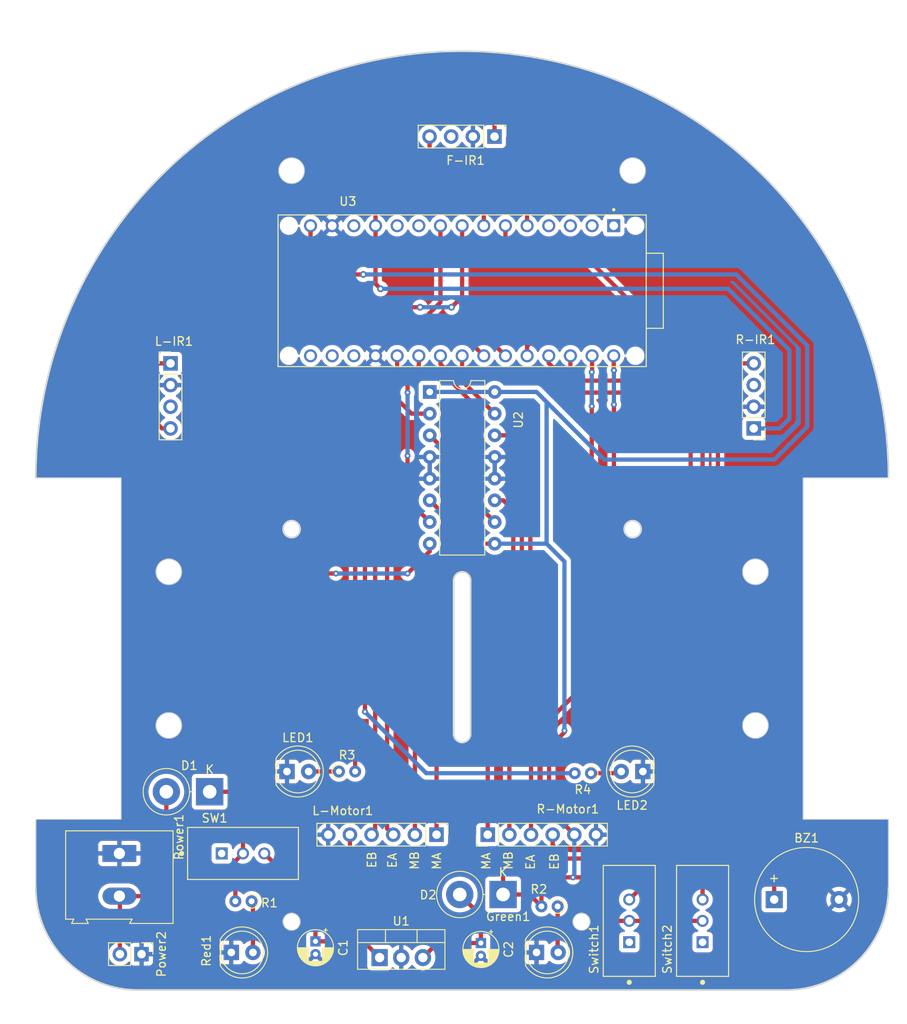
<source format=kicad_pcb>
(kicad_pcb (version 20221018) (generator pcbnew)
  (layers (0 "F.Cu" signal) (31 "B.Cu" power) (34 "B.Paste" user) (35 "F.Paste" user) (36 "B.SilkS" user "B.Silkscreen") (37 "F.SilkS" user "F.Silkscreen") (38 "B.Mask" user) (39 "F.Mask" user) (44 "Edge.Cuts" user))
  (net 0 "")
  (net 1 "Buzz")
  (net 2 "GND")
  (net 3 "Net-(SW1-C)")
  (net 4 "+5V")
  (net 6 "FIR")
  (net 7 "Net-(Green1-A)")
  (net 9 "LIR")
  (net 10 "LMotorA")
  (net 11 "LMotorB")
  (net 12 "LEncoderA")
  (net 13 "LEncoderB")
  (net 14 "Net-(LED1-A)")
  (net 15 "Net-(LED2-A)")
  (net 16 "+7.5V")
  (net 18 "RIR")
  (net 19 "RMotorA")
  (net 20 "RMotorB")
  (net 21 "REncoderA")
  (net 22 "REncoderB")
  (net 23 "Net-(Red1-A)")
  (net 24 "LED1")
  (net 25 "LED2")
  (net 28 "Switch1")
  (net 30 "Switch2")
  (net 31 "IN_LMotorA")
  (net 32 "IN_LMotorB")
  (net 33 "IN_RMotorA")
  (net 34 "IN_RMotorB")
  (net 39 "Net-(D2-A)")
  (net 40 "Net-(D1-A)")
  (net 41 "5V")
  (footprint "Connector_PinHeader_2.54mm:PinHeader_1x04_P2.54mm_Vertical" (layer "F.Cu") (at 154.2 74.2 180)
    (fp_text reference "R-IR1" (at -0.2 10.4) (layer "F.SilkS"))
    (fp_text value "Conn_01x04_Pin")
    (pad "1" thru_hole rect (at 0 0 180) (size 1.7 1.7) (drill 1) (layers "*.Cu" "*.Mask") (net 41 "5V"))
    (pad "2" thru_hole oval (at 0 2.54 180) (size 1.7 1.7) (drill 1) (layers "*.Cu" "*.Mask") (net 2 "GND"))
    (pad "3" thru_hole oval (at 0 5.08 180) (size 1.7 1.7) (drill 1) (layers "*.Cu" "*.Mask"))
    (pad "4" thru_hole oval (at 0 7.62 180) (size 1.7 1.7) (drill 1) (layers "*.Cu" "*.Mask") (net 18 "RIR"))
  )
  (footprint "Diode_THT:D_DO-201AD_P5.08mm_Vertical_KathodeUp" (layer "F.Cu") (at 90.39 116.77 180)
    (fp_text reference "D1" (at 2.39 3.06) (layer "F.SilkS"))
    (fp_text value "1N5400")
    (fp_text user "K" (at 0 2.6) (layer "F.SilkS"))
    (pad "1" thru_hole rect (at 0 0 180) (size 3.2 3.2) (drill 1.6) (layers "*.Cu" "*.Mask") (net 16 "+7.5V"))
    (pad "2" thru_hole oval (at 5.08 0 180) (size 3.2 3.2) (drill 1.6) (layers "*.Cu" "*.Mask") (net 40 "Net-(D1-A)"))
  )
  (footprint "Package_DIP:DIP-16_W7.62mm" (layer "F.Cu") (at 116.2 69.925)
    (fp_text reference "U2" (at 10.4 3.275 90) (layer "F.SilkS"))
    (fp_text value "L293D")
    (pad "1" thru_hole rect (at 0 0) (size 1.6 1.6) (drill 0.8) (layers "*.Cu" "*.Mask") (net 4 "+5V"))
    (pad "2" thru_hole oval (at 0 2.54) (size 1.6 1.6) (drill 0.8) (layers "*.Cu" "*.Mask") (net 31 "IN_LMotorA"))
    (pad "3" thru_hole oval (at 0 5.08) (size 1.6 1.6) (drill 0.8) (layers "*.Cu" "*.Mask") (net 10 "LMotorA"))
    (pad "4" thru_hole oval (at 0 7.62) (size 1.6 1.6) (drill 0.8) (layers "*.Cu" "*.Mask") (net 2 "GND"))
    (pad "5" thru_hole oval (at 0 10.16) (size 1.6 1.6) (drill 0.8) (layers "*.Cu" "*.Mask") (net 2 "GND"))
    (pad "6" thru_hole oval (at 0 12.7) (size 1.6 1.6) (drill 0.8) (layers "*.Cu" "*.Mask") (net 11 "LMotorB"))
    (pad "7" thru_hole oval (at 0 15.24) (size 1.6 1.6) (drill 0.8) (layers "*.Cu" "*.Mask") (net 32 "IN_LMotorB"))
    (pad "8" thru_hole oval (at 0 17.78) (size 1.6 1.6) (drill 0.8) (layers "*.Cu" "*.Mask") (net 16 "+7.5V"))
    (pad "9" thru_hole oval (at 7.62 17.78) (size 1.6 1.6) (drill 0.8) (layers "*.Cu" "*.Mask") (net 4 "+5V"))
    (pad "10" thru_hole oval (at 7.62 15.24) (size 1.6 1.6) (drill 0.8) (layers "*.Cu" "*.Mask") (net 33 "IN_RMotorA"))
    (pad "11" thru_hole oval (at 7.62 12.7) (size 1.6 1.6) (drill 0.8) (layers "*.Cu" "*.Mask") (net 19 "RMotorA"))
    (pad "12" thru_hole oval (at 7.62 10.16) (size 1.6 1.6) (drill 0.8) (layers "*.Cu" "*.Mask") (net 2 "GND"))
    (pad "13" thru_hole oval (at 7.62 7.62) (size 1.6 1.6) (drill 0.8) (layers "*.Cu" "*.Mask") (net 2 "GND"))
    (pad "14" thru_hole oval (at 7.62 5.08) (size 1.6 1.6) (drill 0.8) (layers "*.Cu" "*.Mask") (net 20 "RMotorB"))
    (pad "15" thru_hole oval (at 7.62 2.54) (size 1.6 1.6) (drill 0.8) (layers "*.Cu" "*.Mask") (net 34 "IN_RMotorB"))
    (pad "16" thru_hole oval (at 7.62 0) (size 1.6 1.6) (drill 0.8) (layers "*.Cu" "*.Mask") (net 4 "+5V"))
  )
  (footprint "Connector_PinHeader_2.54mm:PinHeader_1x04_P2.54mm_Vertical" (layer "F.Cu") (at 123.8 40 -90)
    (fp_text reference "F-IR1" (at 2.8 3.4 -180) (layer "F.SilkS"))
    (fp_text value "Conn_01x04_Pin")
    (pad "1" thru_hole rect (at 0 0 270) (size 1.7 1.7) (drill 1) (layers "*.Cu" "*.Mask") (net 41 "5V"))
    (pad "2" thru_hole oval (at 0 2.54 270) (size 1.7 1.7) (drill 1) (layers "*.Cu" "*.Mask") (net 2 "GND"))
    (pad "3" thru_hole oval (at 0 5.08 270) (size 1.7 1.7) (drill 1) (layers "*.Cu" "*.Mask"))
    (pad "4" thru_hole oval (at 0 7.62 270) (size 1.7 1.7) (drill 1) (layers "*.Cu" "*.Mask") (net 6 "FIR"))
  )
  (footprint "LED_THT:LED_D5.0mm" (layer "F.Cu") (at 92.925 135.6)
    (fp_text reference "Red1" (at -2.925 -0.2 90) (layer "F.SilkS"))
    (fp_text value "LED")
    (pad "1" thru_hole rect (at 0 0) (size 1.8 1.8) (drill 0.9) (layers "*.Cu" "*.Mask") (net 2 "GND"))
    (pad "2" thru_hole circle (at 2.54 0) (size 1.8 1.8) (drill 0.9) (layers "*.Cu" "*.Mask") (net 23 "Net-(Red1-A)"))
  )
  (footprint "TerminalBlock:TerminalBlock_Altech_AK300-2_P5.00mm" (layer "F.Cu") (at 79.8 124 -90)
    (fp_text reference "Power1" (at -1.92 -6.99 90) (layer "F.SilkS"))
    (fp_text value "Screw_Terminal_01x02")
    (pad "1" thru_hole rect (at 0 0 270) (size 1.98 3.96) (drill 1.32) (layers "*.Cu" "*.Mask") (net 2 "GND"))
    (pad "2" thru_hole oval (at 5 0 270) (size 1.98 3.96) (drill 1.32) (layers "*.Cu" "*.Mask") (net 40 "Net-(D1-A)"))
  )
  (footprint "Capacitor_THT:CP_Radial_D4.0mm_P1.50mm" (layer "F.Cu") (at 122.2 134.5 -90)
    (fp_text reference "C2" (at 0.75 -3.25 90) (layer "F.SilkS"))
    (fp_text value "0.1uF")
    (pad "1" thru_hole rect (at 0 0 270) (size 1.2 1.2) (drill 0.6) (layers "*.Cu" "*.Mask") (net 39 "Net-(D2-A)"))
    (pad "2" thru_hole circle (at 1.5 0 270) (size 1.2 1.2) (drill 0.6) (layers "*.Cu" "*.Mask") (net 2 "GND"))
  )
  (footprint "Buzzer_Beeper:Buzzer_12x9.5RM7.6" (layer "F.Cu") (at 156.6 129.4)
    (fp_text reference "BZ1" (at 3.8 -7.2) (layer "F.SilkS"))
    (fp_text value "Buzzer")
    (fp_text user "+" (at -0.01 -2.54) (layer "F.SilkS"))
    (pad "1" thru_hole rect (at 0 0) (size 2 2) (drill 1) (layers "*.Cu" "*.Mask") (net 1 "Buzz"))
    (pad "2" thru_hole circle (at 7.6 0) (size 2 2) (drill 1) (layers "*.Cu" "*.Mask") (net 2 "GND"))
  )
  (footprint "Connector_PinHeader_2.54mm:PinHeader_1x04_P2.54mm_Vertical" (layer "F.Cu") (at 85.8 66.58)
    (fp_text reference "L-IR1" (at 0.4 -2.58) (layer "F.SilkS"))
    (fp_text value "Conn_01x04_Pin")
    (pad "1" thru_hole rect (at 0 0) (size 1.7 1.7) (drill 1) (layers "*.Cu" "*.Mask") (net 41 "5V"))
    (pad "2" thru_hole oval (at 0 2.54) (size 1.7 1.7) (drill 1) (layers "*.Cu" "*.Mask") (net 2 "GND"))
    (pad "3" thru_hole oval (at 0 5.08) (size 1.7 1.7) (drill 1) (layers "*.Cu" "*.Mask"))
    (pad "4" thru_hole oval (at 0 7.62) (size 1.7 1.7) (drill 1) (layers "*.Cu" "*.Mask") (net 9 "LIR"))
  )
  (footprint "LED_THT:LED_D5.0mm" (layer "F.Cu") (at 141.2 114.4 180)
    (fp_text reference "LED2" (at 1.27 -3.96) (layer "F.SilkS"))
    (fp_text value "LED")
    (pad "1" thru_hole rect (at 0 0 180) (size 1.8 1.8) (drill 0.9) (layers "*.Cu" "*.Mask") (net 2 "GND"))
    (pad "2" thru_hole circle (at 2.54 0 180) (size 1.8 1.8) (drill 0.9) (layers "*.Cu" "*.Mask") (net 15 "Net-(LED2-A)"))
  )
  (footprint "Diode_THT:D_DO-201AD_P5.08mm_Vertical_KathodeUp" (layer "F.Cu") (at 124.8 128.81 180)
    (fp_text reference "D2" (at 8.79 -0.05 180) (layer "F.SilkS"))
    (fp_text value "1N5400")
    (fp_text user "K" (at 0 2.6 180) (layer "F.SilkS"))
    (pad "1" thru_hole rect (at 0 0 180) (size 3.2 3.2) (drill 1.6) (layers "*.Cu" "*.Mask") (net 4 "+5V"))
    (pad "2" thru_hole oval (at 5.08 0 180) (size 3.2 3.2) (drill 1.6) (layers "*.Cu" "*.Mask") (net 39 "Net-(D2-A)"))
  )
  (footprint "LED_THT:LED_D5.0mm" (layer "F.Cu") (at 128.725 135.6)
    (fp_text reference "Green1" (at -3.325 -4.2) (layer "F.SilkS"))
    (fp_text value "LED")
    (pad "1" thru_hole rect (at 0 0) (size 1.8 1.8) (drill 0.9) (layers "*.Cu" "*.Mask") (net 2 "GND"))
    (pad "2" thru_hole circle (at 2.54 0) (size 1.8 1.8) (drill 0.9) (layers "*.Cu" "*.Mask") (net 7 "Net-(Green1-A)"))
  )
  (footprint "Slide_Switch:SW_1825159-1" (layer "F.Cu") (at 94.3 124)
    (fp_text reference "SW1" (at -3.327295 -4.137845) (layer "F.SilkS") (effects (font (size 1.000685 1.000685))))
    (fp_text value "SW_SPDT")
    (pad "1" thru_hole rect (at -2.5 0) (size 1.408 1.408) (drill 0.9) (layers "*.Cu" "*.Mask"))
    (pad "2" thru_hole circle (at 0 0) (size 1.408 1.408) (drill 0.9) (layers "*.Cu" "*.Mask") (net 16 "+7.5V"))
    (pad "3" thru_hole circle (at 2.5 0) (size 1.408 1.408) (drill 0.9) (layers "*.Cu" "*.Mask") (net 3 "Net-(SW1-C)"))
  )
  (footprint "Resistor_THT:R_Axial_DIN0204_L3.6mm_D1.6mm_P1.90mm_Vertical" (layer "F.Cu") (at 131.2 130.2 180)
    (fp_text reference "R2" (at 2.2 2) (layer "F.SilkS"))
    (fp_text value "200R")
    (pad "1" thru_hole circle (at 0 0 180) (size 1.4 1.4) (drill 0.7) (layers "*.Cu" "*.Mask") (net 7 "Net-(Green1-A)"))
    (pad "2" thru_hole oval (at 1.9 0 180) (size 1.4 1.4) (drill 0.7) (layers "*.Cu" "*.Mask") (net 4 "+5V"))
  )
  (footprint "Resistor_THT:R_Axial_DIN0204_L3.6mm_D1.6mm_P1.90mm_Vertical" (layer "F.Cu") (at 135.105 114.6 180)
    (fp_text reference "R4" (at 0.95 -1.92) (layer "F.SilkS"))
    (fp_text value "150R")
    (pad "1" thru_hole circle (at 0 0 180) (size 1.4 1.4) (drill 0.7) (layers "*.Cu" "*.Mask") (net 15 "Net-(LED2-A)"))
    (pad "2" thru_hole oval (at 1.9 0 180) (size 1.4 1.4) (drill 0.7) (layers "*.Cu" "*.Mask") (net 25 "LED2"))
  )
  (footprint "Resistor_THT:R_Axial_DIN0204_L3.6mm_D1.6mm_P1.90mm_Vertical" (layer "F.Cu") (at 105.555 114.4)
    (fp_text reference "R3" (at 0.95 -1.92) (layer "F.SilkS"))
    (fp_text value "150R")
    (pad "1" thru_hole circle (at 0 0) (size 1.4 1.4) (drill 0.7) (layers "*.Cu" "*.Mask") (net 14 "Net-(LED1-A)"))
    (pad "2" thru_hole oval (at 1.9 0) (size 1.4 1.4) (drill 0.7) (layers "*.Cu" "*.Mask") (net 24 "LED1"))
  )
  (footprint "Slide_Switch:SW_1825159-1" (layer "F.Cu") (at 139.6 131.9 90)
    (fp_text reference "Switch1" (at -3.327295 -4.137845 90) (layer "F.SilkS") (effects (font (size 1.000685 1.000685))))
    (fp_text value "SW_SPDT")
    (pad "1" thru_hole rect (at -2.5 0 90) (size 1.408 1.408) (drill 0.9) (layers "*.Cu" "*.Mask"))
    (pad "2" thru_hole circle (at 0 0 90) (size 1.408 1.408) (drill 0.9) (layers "*.Cu" "*.Mask") (net 4 "+5V"))
    (pad "3" thru_hole circle (at 2.5 0 90) (size 1.408 1.408) (drill 0.9) (layers "*.Cu" "*.Mask") (net 28 "Switch1"))
  )
  (footprint "Resistor_THT:R_Axial_DIN0204_L3.6mm_D1.6mm_P1.90mm_Vertical" (layer "F.Cu") (at 95.305 129.6 180)
    (fp_text reference "R1" (at -2.095 -0.2) (layer "F.SilkS"))
    (fp_text value "300R")
    (pad "1" thru_hole circle (at 0 0 180) (size 1.4 1.4) (drill 0.7) (layers "*.Cu" "*.Mask") (net 23 "Net-(Red1-A)"))
    (pad "2" thru_hole oval (at 1.9 0 180) (size 1.4 1.4) (drill 0.7) (layers "*.Cu" "*.Mask") (net 16 "+7.5V"))
  )
  (footprint "Package_TO_SOT_THT:TO-220-3_Vertical" (layer "F.Cu") (at 110.32 136.2)
    (fp_text reference "U1" (at 2.54 -4.27) (layer "F.SilkS"))
    (fp_text value "LM7805_TO220")
    (pad "1" thru_hole rect (at 0 0) (size 1.905 2) (drill 1.1) (layers "*.Cu" "*.Mask") (net 3 "Net-(SW1-C)"))
    (pad "2" thru_hole oval (at 2.54 0) (size 1.905 2) (drill 1.1) (layers "*.Cu" "*.Mask") (net 2 "GND"))
    (pad "3" thru_hole oval (at 5.08 0) (size 1.905 2) (drill 1.1) (layers "*.Cu" "*.Mask") (net 39 "Net-(D2-A)"))
  )
  (footprint "Connector_PinHeader_2.54mm:PinHeader_1x06_P2.54mm_Vertical" (layer "F.Cu") (at 117 121.8 -90)
    (fp_text reference "L-Motor1" (at -2.8 11 180) (layer "F.SilkS"))
    (fp_text value "Conn_01x06_Pin")
    (pad "1" thru_hole rect (at 0 0 270) (size 1.7 1.7) (drill 1) (layers "*.Cu" "*.Mask") (net 10 "LMotorA"))
    (pad "2" thru_hole oval (at 0 2.54 270) (size 1.7 1.7) (drill 1) (layers "*.Cu" "*.Mask") (net 11 "LMotorB"))
    (pad "3" thru_hole oval (at 0 5.08 270) (size 1.7 1.7) (drill 1) (layers "*.Cu" "*.Mask") (net 12 "LEncoderA"))
    (pad "4" thru_hole oval (at 0 7.62 270) (size 1.7 1.7) (drill 1) (layers "*.Cu" "*.Mask") (net 13 "LEncoderB"))
    (pad "5" thru_hole oval (at 0 10.16 270) (size 1.7 1.7) (drill 1) (layers "*.Cu" "*.Mask") (net 4 "+5V"))
    (pad "6" thru_hole oval (at 0 12.7 270) (size 1.7 1.7) (drill 1) (layers "*.Cu" "*.Mask") (net 2 "GND"))
  )
  (footprint "Connector_PinHeader_2.54mm:PinHeader_1x06_P2.54mm_Vertical" (layer "F.Cu") (at 123 121.8 90)
    (fp_text reference "R-Motor1" (at 3 9.4 180) (layer "F.SilkS"))
    (fp_text value "Conn_01x06_Pin")
    (pad "1" thru_hole rect (at 0 0 90) (size 1.7 1.7) (drill 1) (layers "*.Cu" "*.Mask") (net 19 "RMotorA"))
    (pad "2" thru_hole oval (at 0 2.54 90) (size 1.7 1.7) (drill 1) (layers "*.Cu" "*.Mask") (net 20 "RMotorB"))
    (pad "3" thru_hole oval (at 0 5.08 90) (size 1.7 1.7) (drill 1) (layers "*.Cu" "*.Mask") (net 21 "REncoderA"))
    (pad "4" thru_hole oval (at 0 7.62 90) (size 1.7 1.7) (drill 1) (layers "*.Cu" "*.Mask") (net 22 "REncoderB"))
    (pad "5" thru_hole oval (at 0 10.16 90) (size 1.7 1.7) (drill 1) (layers "*.Cu" "*.Mask") (net 4 "+5V"))
    (pad "6" thru_hole oval (at 0 12.7 90) (size 1.7 1.7) (drill 1) (layers "*.Cu" "*.Mask") (net 2 "GND"))
  )
  (footprint "Connector_PinHeader_2.54mm:PinHeader_1x02_P2.54mm_Vertical" (layer "F.Cu") (at 82.4 135.8 -90)
    (fp_text reference "Power2" (at 0 -2.33 90) (layer "F.SilkS"))
    (fp_text value "Conn_01x02_Pin")
    (pad "1" thru_hole rect (at 0 0 270) (size 1.7 1.7) (drill 1) (layers "*.Cu" "*.Mask") (net 2 "GND"))
    (pad "2" thru_hole oval (at 0 2.54 270) (size 1.7 1.7) (drill 1) (layers "*.Cu" "*.Mask") (net 40 "Net-(D1-A)"))
  )
  (footprint "Slide_Switch:SW_1825159-1" (layer "F.Cu") (at 148.2 131.9 90)
    (fp_text reference "Switch2" (at -3.327295 -4.137845 90) (layer "F.SilkS") (effects (font (size 1.000685 1.000685))))
    (fp_text value "SW_SPDT")
    (pad "1" thru_hole rect (at -2.5 0 90) (size 1.408 1.408) (drill 0.9) (layers "*.Cu" "*.Mask"))
    (pad "2" thru_hole circle (at 0 0 90) (size 1.408 1.408) (drill 0.9) (layers "*.Cu" "*.Mask") (net 4 "+5V"))
    (pad "3" thru_hole circle (at 2.5 0 90) (size 1.408 1.408) (drill 0.9) (layers "*.Cu" "*.Mask") (net 30 "Switch2"))
  )
  (footprint "Capacitor_THT:CP_Radial_D4.0mm_P1.50mm" (layer "F.Cu") (at 102.8 134.3 -90)
    (fp_text reference "C1" (at 0.75 -3.25 90) (layer "F.SilkS"))
    (fp_text value "0.33uF")
    (pad "1" thru_hole rect (at 0 0 270) (size 1.2 1.2) (drill 0.6) (layers "*.Cu" "*.Mask") (net 3 "Net-(SW1-C)"))
    (pad "2" thru_hole circle (at 1.5 0 270) (size 1.2 1.2) (drill 0.6) (layers "*.Cu" "*.Mask") (net 2 "GND"))
  )
  (footprint "LED_THT:LED_D5.0mm" (layer "F.Cu") (at 99.46 114.4)
    (fp_text reference "LED1" (at 1.27 -3.96) (layer "F.SilkS"))
    (fp_text value "LED")
    (pad "1" thru_hole rect (at 0 0) (size 1.8 1.8) (drill 0.9) (layers "*.Cu" "*.Mask") (net 2 "GND"))
    (pad "2" thru_hole circle (at 2.54 0) (size 1.8 1.8) (drill 0.9) (layers "*.Cu" "*.Mask") (net 14 "Net-(LED1-A)"))
  )
  (footprint "ABX00053:MODULE_ABX00053" (layer "F.Cu") (at 120 58.07 180)
    (fp_text reference "U3" (at 13.4 10.47) (layer "F.SilkS"))
    (fp_text value "Arduino Nano RP2040")
    (pad "" np_thru_hole circle (at -20.32 -7.62 180) (size 1.65 1.65) (drill 1.65) (layers "F&B.Cu" "*.Mask"))
    (pad "" np_thru_hole circle (at -20.32 7.62 180) (size 1.65 1.65) (drill 1.65) (layers "*.Cu" "*.Mask"))
    (pad "" np_thru_hole circle (at 20.32 -7.62 180) (size 1.65 1.65) (drill 1.65) (layers "*.Cu" "*.Mask"))
    (pad "" np_thru_hole circle (at 20.32 7.62 180) (size 1.65 1.65) (drill 1.65) (layers "*.Cu" "*.Mask"))
    (pad "1" thru_hole rect (at -17.78 7.62 180) (size 1.524 1.524) (drill 1.016) (layers "*.Cu" "*.Mask"))
    (pad "2" thru_hole circle (at -15.24 7.62 180) (size 1.524 1.524) (drill 1.016) (layers "*.Cu" "*.Mask"))
    (pad "3" thru_hole circle (at -12.7 7.62 180) (size 1.524 1.524) (drill 1.016) (layers "*.Cu" "*.Mask"))
    (pad "4" thru_hole circle (at -10.16 7.62 180) (size 1.524 1.524) (drill 1.016) (layers "*.Cu" "*.Mask"))
    (pad "5" thru_hole circle (at -7.62 7.62 180) (size 1.524 1.524) (drill 1.016) (layers "*.Cu" "*.Mask") (net 9 "LIR"))
    (pad "6" thru_hole circle (at -5.08 7.62 180) (size 1.524 1.524) (drill 1.016) (layers "*.Cu" "*.Mask") (net 18 "RIR"))
    (pad "7" thru_hole circle (at -2.54 7.62 180) (size 1.524 1.524) (drill 1.016) (layers "*.Cu" "*.Mask") (net 6 "FIR"))
    (pad "8" thru_hole circle (at 0 7.62 180) (size 1.524 1.524) (drill 1.016) (layers "*.Cu" "*.Mask") (net 24 "LED1"))
    (pad "9" thru_hole circle (at 2.54 7.62 180) (size 1.524 1.524) (drill 1.016) (layers "*.Cu" "*.Mask") (net 25 "LED2"))
    (pad "10" thru_hole circle (at 5.08 7.62 180) (size 1.524 1.524) (drill 1.016) (layers "*.Cu" "*.Mask"))
    (pad "11" thru_hole circle (at 7.62 7.62 180) (size 1.524 1.524) (drill 1.016) (layers "*.Cu" "*.Mask"))
    (pad "12" thru_hole circle (at 10.16 7.62 180) (size 1.524 1.524) (drill 1.016) (layers "*.Cu" "*.Mask") (net 41 "5V"))
    (pad "13" thru_hole circle (at 12.7 7.62 180) (size 1.524 1.524) (drill 1.016) (layers "*.Cu" "*.Mask"))
    (pad "14" thru_hole circle (at 15.24 7.62 180) (size 1.524 1.524) (drill 1.016) (layers "*.Cu" "*.Mask") (net 2 "GND"))
    (pad "15" thru_hole circle (at 17.78 7.62 180) (size 1.524 1.524) (drill 1.016) (layers "*.Cu" "*.Mask") (net 4 "+5V"))
    (pad "16" thru_hole circle (at 17.78 -7.62 180) (size 1.524 1.524) (drill 1.016) (layers "*.Cu" "*.Mask"))
    (pad "17" thru_hole circle (at 15.24 -7.62 180) (size 1.524 1.524) (drill 1.016) (layers "*.Cu" "*.Mask"))
    (pad "18" thru_hole circle (at 12.7 -7.62 180) (size 1.524 1.524) (drill 1.016) (layers "*.Cu" "*.Mask"))
    (pad "19" thru_hole circle (at 10.16 -7.62 180) (size 1.524 1.524) (drill 1.016) (layers "*.Cu" "*.Mask") (net 2 "GND"))
    (pad "20" thru_hole circle (at 7.62 -7.62 180) (size 1.524 1.524) (drill 1.016) (layers "*.Cu" "*.Mask") (net 31 "IN_LMotorA"))
    (pad "21" thru_hole circle (at 5.08 -7.62 180) (size 1.524 1.524) (drill 1.016) (layers "*.Cu" "*.Mask") (net 32 "IN_LMotorB"))
    (pad "22" thru_hole circle (at 2.54 -7.62 180) (size 1.524 1.524) (drill 1.016) (layers "*.Cu" "*.Mask") (net 33 "IN_RMotorA"))
    (pad "23" thru_hole circle (at 0 -7.62 180) (size 1.524 1.524) (drill 1.016) (layers "*.Cu" "*.Mask") (net 34 "IN_RMotorB"))
    (pad "24" thru_hole circle (at -2.54 -7.62 180) (size 1.524 1.524) (drill 1.016) (layers "*.Cu" "*.Mask") (net 12 "LEncoderA"))
    (pad "25" thru_hole circle (at -5.08 -7.62 180) (size 1.524 1.524) (drill 1.016) (layers "*.Cu" "*.Mask") (net 13 "LEncoderB"))
    (pad "26" thru_hole circle (at -7.62 -7.62 180) (size 1.524 1.524) (drill 1.016) (layers "*.Cu" "*.Mask") (net 1 "Buzz"))
    (pad "27" thru_hole circle (at -10.16 -7.62 180) (size 1.524 1.524) (drill 1.016) (layers "*.Cu" "*.Mask") (net 28 "Switch1"))
    (pad "28" thru_hole circle (at -12.7 -7.62 180) (size 1.524 1.524) (drill 1.016) (layers "*.Cu" "*.Mask") (net 30 "Switch2"))
    (pad "29" thru_hole circle (at -15.24 -7.62 180) (size 1.524 1.524) (drill 1.016) (layers "*.Cu" "*.Mask") (net 21 "REncoderA"))
    (pad "30" thru_hole circle (at -17.78 -7.62 180) (size 1.524 1.524) (drill 1.016) (layers "*.Cu" "*.Mask") (net 22 "REncoderB"))
  )
  (gr_circle (center 154.4 109) (end 155.9 109) (stroke (width 0.1)) (fill none) (layer "Edge.Cuts"))
  (gr_circle (center 100 86) (end 101 86) (stroke (width 0.2)) (fill none) (layer "Edge.Cuts"))
  (gr_arc (start 70 80) (mid 120 30) (end 170 80) (stroke (width 0.2)) (layer "Edge.Cuts"))
  (gr_line (start 80 80) (end 80 120) (stroke (width 0.1)) (layer "Edge.Cuts"))
  (gr_line (start 160 80) (end 160 120) (stroke (width 0.1)) (layer "Edge.Cuts"))
  (gr_circle (center 140 44) (end 141.5 44) (stroke (width 0.1)) (fill none) (layer "Edge.Cuts"))
  (gr_arc (start 121 110) (mid 120 111) (end 119 110) (stroke (width 0.2)) (layer "Edge.Cuts"))
  (gr_line (start 170 120) (end 170 128) (stroke (width 0.1)) (layer "Edge.Cuts"))
  (gr_line (start 70 80) (end 80 80) (stroke (width 0.1)) (layer "Edge.Cuts"))
  (gr_line (start 70 120) (end 70 128) (stroke (width 0.1)) (layer "Edge.Cuts"))
  (gr_line (start 119 92) (end 119 110) (stroke (width 0.2)) (layer "Edge.Cuts"))
  (gr_circle (center 85.6 91) (end 87.1 91) (stroke (width 0.1)) (fill none) (layer "Edge.Cuts"))
  (gr_circle (center 85.6 109) (end 84.1 109.02) (stroke (width 0.1)) (fill none) (layer "Edge.Cuts"))
  (gr_circle (center 100 44) (end 101.5 43.98) (stroke (width 0.1)) (fill none) (layer "Edge.Cuts"))
  (gr_arc (start 170 128) (mid 166.485282 136.485282) (end 158 140) (stroke (width 0.2)) (layer "Edge.Cuts"))
  (gr_circle (center 134 132) (end 135 132) (stroke (width 0.1)) (fill none) (layer "Edge.Cuts"))
  (gr_line (start 82 140) (end 158 140) (stroke (width 0.2)) (layer "Edge.Cuts"))
  (gr_circle (center 154.4 91) (end 155.9 91) (stroke (width 0.1)) (fill none) (layer "Edge.Cuts"))
  (gr_line (start 160 120) (end 170 120) (stroke (width 0.1)) (layer "Edge.Cuts"))
  (gr_line (start 121 110) (end 121 92) (stroke (width 0.2)) (layer "Edge.Cuts"))
  (gr_circle (center 100 132) (end 101 132) (stroke (width 0.1)) (fill none) (layer "Edge.Cuts"))
  (gr_arc (start 82 140) (mid 73.514718 136.485282) (end 70 128) (stroke (width 0.2)) (layer "Edge.Cuts"))
  (gr_line (start 80 120) (end 70 120) (stroke (width 0.1)) (layer "Edge.Cuts"))
  (gr_arc (start 119 92) (mid 120 91) (end 121 92) (stroke (width 0.2)) (layer "Edge.Cuts"))
  (gr_circle (center 140 86) (end 141 86) (stroke (width 0.2)) (fill none) (layer "Edge.Cuts"))
  (gr_line (start 170 80) (end 160 80) (stroke (width 0.1)) (layer "Edge.Cuts"))
  (gr_text "MB\n" (at 115 126 90) (layer "F.SilkS") (effects (font (size 1 1)) (justify left bottom)))
  (gr_text "EB" (at 131.4 126 90) (layer "F.SilkS") (effects (font (size 1 1)) (justify left bottom)))
  (gr_text "EA" (at 112.4 125.8 90) (layer "F.SilkS") (effects (font (size 1 1)) (justify left bottom)))
  (gr_text "EB" (at 110 125.8 90) (layer "F.SilkS") (effects (font (size 1 1)) (justify left bottom)))
  (gr_text "MB\n" (at 126 126 90) (layer "F.SilkS") (effects (font (size 1 1)) (justify left bottom)))
  (gr_text "MA" (at 117.6 126 90) (layer "F.SilkS") (effects (font (size 1 1)) (justify left bottom)))
  (gr_text "EA" (at 128.6 126 90) (layer "F.SilkS") (effects (font (size 1 1)) (justify left bottom)))
  (gr_text "MA" (at 123.4 126 90) (layer "F.SilkS") (effects (font (size 1 1)) (justify left bottom)))
  (segment (start 127.62 65.69) (end 127.62 64.58) (width 0.5) (layer "F.Cu") (net 1))
  (segment (start 150 116.6) (end 156.6 123.2) (width 0.5) (layer "F.Cu") (net 1))
  (segment (start 150 72.6) (end 150 116.6) (width 0.5) (layer "F.Cu") (net 1))
  (segment (start 141 63.6) (end 150 72.6) (width 0.5) (layer "F.Cu") (net 1))
  (segment (start 128.6 63.6) (end 141 63.6) (width 0.5) (layer "F.Cu") (net 1))
  (segment (start 127.62 64.58) (end 128.6 63.6) (width 0.5) (layer "F.Cu") (net 1))
  (segment (start 156.6 123.2) (end 156.6 129.4) (width 0.5) (layer "F.Cu") (net 1))
  (segment (start 102.8 134.3) (end 108.42 134.3) (width 0.5) (layer "F.Cu") (net 3))
  (segment (start 108.42 134.3) (end 110.32 136.2) (width 0.5) (layer "F.Cu") (net 3))
  (segment (start 96.8 124) (end 102.8 130) (width 0.5) (layer "F.Cu") (net 3))
  (segment (start 102.8 130) (end 102.8 134.3) (width 0.5) (layer "F.Cu") (net 3))
  (segment (start 124.8 128.81) (end 124.8 125.93) (width 0.5) (layer "F.Cu") (net 4))
  (segment (start 129.3 128.1) (end 129.4 128) (width 0.5) (layer "F.Cu") (net 4))
  (segment (start 127.91 128.81) (end 129.3 130.2) (width 0.5) (layer "F.Cu") (net 4))
  (segment (start 136.4 131) (end 137.3 131.9) (width 0.5) (layer "F.Cu") (net 4))
  (segment (start 129.4 128) (end 130.6 126.8) (width 0.5) (layer "F.Cu") (net 4))
  (segment (start 139.6 131.9) (end 148.2 131.9) (width 0.5) (layer "F.Cu") (net 4))
  (segment (start 122.905 87.705) (end 123.82 87.705) (width 0.5) (layer "F.Cu") (net 4))
  (segment (start 130.6 126.8) (end 133 126.8) (width 0.5) (layer "F.Cu") (net 4))
  (segment (start 133.16 121.8) (end 130.2 118.84) (width 0.5) (layer "F.Cu") (net 4))
  (segment (start 124.8 128.81) (end 127.91 128.81) (width 0.5) (layer "F.Cu") (net 4))
  (segment (start 137.3 131.9) (end 139.6 131.9) (width 0.5) (layer "F.Cu") (net 4))
  (segment (start 135.2 126.8) (end 136.4 128) (width 0.5) (layer "F.Cu") (net 4))
  (segment (start 133 126.8) (end 135.2 126.8) (width 0.5) (layer "F.Cu") (net 4))
  (segment (start 130.2 118.84) (end 130.2 111.6) (width 0.5) (layer "F.Cu") (net 4))
  (segment (start 108.1 125.02) (end 106.77 123.69) (width 0.5) (layer "F.Cu") (net 4))
  (segment (start 102.22 50.45) (end 102.22 53.91) (width 0.5) (layer "F.Cu") (net 4))
  (segment (start 136.4 128) (end 136.4 131) (width 0.5) (layer "F.Cu") (net 4))
  (segment (start 123.89 125.02) (end 108.1 125.02) (width 0.5) (layer "F.Cu") (net 4))
  (segment (start 102.22 53.91) (end 104.14 55.83) (width 0.5) (layer "F.Cu") (net 4))
  (segment (start 132 109.8) (end 132 109.6) (width 0.5) (layer "F.Cu") (net 4))
  (segment (start 106.77 123.69) (end 106.84 123.62) (width 0.5) (layer "F.Cu") (net 4))
  (segment (start 106.84 123.62) (end 106.84 121.8) (width 0.5) (layer "F.Cu") (net 4))
  (segment (start 104.14 55.83) (end 104.47 56.16) (width 0.5) (layer "F.Cu") (net 4))
  (segment (start 129.3 130.2) (end 129.3 128.1) (width 0.5) (layer "F.Cu") (net 4))
  (segment (start 130.2 111.6) (end 132 109.8) (width 0.5) (layer "F.Cu") (net 4))
  (segment (start 124.8 125.93) (end 123.89 125.02) (width 0.5) (layer "F.Cu") (net 4))
  (segment (start 104.47 56.16) (end 108.41 56.16) (width 0.5) (layer "F.Cu") (net 4))
  (via (at 133 126.8) (size 0.7) (drill 0.3) (layers "F.Cu" "B.Cu") (net 4))
  (via (at 108.41 56.16) (size 0.8) (drill 0.4) (layers "F.Cu" "B.Cu") (net 4))
  (via (at 132 109.6) (size 0.7) (drill 0.3) (layers "F.Cu" "B.Cu") (net 4))
  (segment (start 116.2 69.925) (end 123.82 69.925) (width 0.5) (layer "B.Cu") (net 4))
  (segment (start 136.65 77.85) (end 129.905 71.105) (width 0.5) (layer "B.Cu") (net 4))
  (segment (start 133.16 126.64) (end 133.16 121.8) (width 0.5) (layer "B.Cu") (net 4))
  (segment (start 129.905 71.105) (end 129.905 87.705) (width 0.5) (layer "B.Cu") (net 4))
  (segment (start 132 109.6) (end 132 89.8) (width 0.5) (layer "B.Cu") (net 4))
  (segment (start 132 89.8) (end 129.905 87.705) (width 0.5) (layer "B.Cu") (net 4))
  (segment (start 160.47 73.99) (end 156.61 77.85) (width 0.5) (layer "B.Cu") (net 4))
  (segment (start 128.725 69.925) (end 129.905 71.105) (width 0.5) (layer "B.Cu") (net 4))
  (segment (start 129.905 87.705) (end 123.82 87.705) (width 0.5) (layer "B.Cu") (net 4))
  (segment (start 133 126.8) (end 133.16 126.64) (width 0.5) (layer "B.Cu") (net 4))
  (segment (start 160.47 64.5) (end 160.47 73.99) (width 0.5) (layer "B.Cu") (net 4))
  (segment (start 123.82 69.925) (end 128.725 69.925) (width 0.5) (layer "B.Cu") (net 4))
  (segment (start 152.13 56.16) (end 160.47 64.5) (width 0.5) (layer "B.Cu") (net 4))
  (segment (start 156.61 77.85) (end 136.65 77.85) (width 0.5) (layer "B.Cu") (net 4))
  (segment (start 108.41 56.16) (end 152.13 56.16) (width 0.5) (layer "B.Cu") (net 4))
  (segment (start 122.54 48.78) (end 116.18 42.42) (width 0.5) (layer "F.Cu") (net 6))
  (segment (start 116.18 40) (end 116.18 42.42) (width 0.5) (layer "F.Cu") (net 6))
  (segment (start 122.54 50.45) (end 122.54 48.78) (width 0.5) (layer "F.Cu") (net 6))
  (segment (start 131.2 130.2) (end 131.2 135.535) (width 0.5) (layer "F.Cu") (net 7))
  (segment (start 131.2 135.535) (end 131.265 135.6) (width 0.5) (layer "F.Cu") (net 7))
  (segment (start 85.8 74.2) (end 84.8 74.2) (width 0.5) (layer "F.Cu") (net 9))
  (segment (start 82.6 53.4) (end 97.6 38.4) (width 0.5) (layer "F.Cu") (net 9))
  (segment (start 122.8 34.6) (end 127.62 39.42) (width 0.5) (layer "F.Cu") (net 9))
  (segment (start 82.6 72) (end 82.6 53.4) (width 0.5) (layer "F.Cu") (net 9))
  (segment (start 84.8 74.2) (end 82.6 72) (width 0.5) (layer "F.Cu") (net 9))
  (segment (start 108.8 38.4) (end 112.6 34.6) (width 0.5) (layer "F.Cu") (net 9))
  (segment (start 112.6 34.6) (end 122.8 34.6) (width 0.5) (layer "F.Cu") (net 9))
  (segment (start 127.62 39.42) (end 127.62 50.45) (width 0.5) (layer "F.Cu") (net 9))
  (segment (start 97.6 38.4) (end 108.8 38.4) (width 0.5) (layer "F.Cu") (net 9))
  (segment (start 117 92) (end 117 121.8) (width 0.5) (layer "F.Cu") (net 10))
  (segment (start 119.4 78.205) (end 119.4 89.6) (width 0.5) (layer "F.Cu") (net 10))
  (segment (start 119.4 89.6) (end 117 92) (width 0.5) (layer "F.Cu") (net 10))
  (segment (start 116.2 75.005) (end 119.4 78.205) (width 0.5) (layer "F.Cu") (net 10))
  (segment (start 118.2 88.8) (end 114.4 92.6) (width 0.5) (layer "F.Cu") (net 11))
  (segment (start 114.4 92.6) (end 114.46 92.66) (width 0.5) (layer "F.Cu") (net 11))
  (segment (start 116.2 82.625) (end 118.2 84.625) (width 0.5) (layer "F.Cu") (net 11))
  (segment (start 118.2 84.625) (end 118.2 88.8) (width 0.5) (layer "F.Cu") (net 11))
  (segment (start 114.46 92.66) (end 114.46 121.8) (width 0.5) (layer "F.Cu") (net 11))
  (segment (start 120.65 63.8) (end 98.2 63.8) (width 0.5) (layer "F.Cu") (net 12))
  (segment (start 98.2 63.8) (end 97 65) (width 0.5) (layer "F.Cu") (net 12))
  (segment (start 111.2 69) (end 111.2 121.08) (width 0.5) (layer "F.Cu") (net 12))
  (segment (start 111.2 121.08) (end 111.92 121.8) (width 0.5) (layer "F.Cu") (net 12))
  (segment (start 97 67.8) (end 98.2 69) (width 0.5) (layer "F.Cu") (net 12))
  (segment (start 122.54 65.69) (end 120.65 63.8) (width 0.5) (layer "F.Cu") (net 12))
  (segment (start 98.2 69) (end 111.2 69) (width 0.5) (layer "F.Cu") (net 12))
  (segment (start 97 65) (end 97 67.8) (width 0.5) (layer "F.Cu") (net 12))
  (segment (start 121.99 62.6) (end 97.4 62.6) (width 0.5) (layer "F.Cu") (net 13))
  (segment (start 97.6 71) (end 109.8 71) (width 0.5) (layer "F.Cu") (net 13))
  (segment (start 95.6 64.4) (end 95.6 69) (width 0.5) (layer "F.Cu") (net 13))
  (segment (start 109.8 71) (end 109.8 121.38) (width 0.5) (layer "F.Cu") (net 13))
  (segment (start 95.6 69) (end 97.6 71) (width 0.5) (layer "F.Cu") (net 13))
  (segment (start 109.8 121.38) (end 109.38 121.8) (width 0.5) (layer "F.Cu") (net 13))
  (segment (start 125.08 65.69) (end 121.99 62.6) (width 0.5) (layer "F.Cu") (net 13))
  (segment (start 97.4 62.6) (end 95.6 64.4) (width 0.5) (layer "F.Cu") (net 13))
  (segment (start 102 114.4) (end 105.555 114.4) (width 0.5) (layer "F.Cu") (net 14))
  (segment (start 135.105 114.6) (end 138.46 114.6) (width 0.5) (layer "F.Cu") (net 15))
  (segment (start 138.46 114.6) (end 138.66 114.4) (width 0.5) (layer "F.Cu") (net 15))
  (segment (start 98.6 91.2) (end 105.2 91.2) (width 0.5) (layer "F.Cu") (net 16))
  (segment (start 113.6 91.2) (end 116.2 88.6) (width 0.5) (layer "F.Cu") (net 16))
  (segment (start 93.405 124.895) (end 93.405 129.6) (width 0.5) (layer "F.Cu") (net 16))
  (segment (start 94.3 124) (end 93.405 124.895) (width 0.5) (layer "F.Cu") (net 16))
  (segment (start 94.3 124) (end 94.3 116.63) (width 0.5) (layer "F.Cu") (net 16))
  (segment (start 94.3 95.5) (end 94.4 95.4) (width 0.5) (layer "F.Cu") (net 16))
  (segment (start 94.4 95.4) (end 98.6 91.2) (width 0.5) (layer "F.Cu") (net 16))
  (segment (start 94.16 116.77) (end 94.3 116.63) (width 0.5) (layer "F.Cu") (net 16))
  (segment (start 116.2 88.6) (end 116.2 87.705) (width 0.5) (layer "F.Cu") (net 16))
  (segment (start 90.39 116.77) (end 94.16 116.77) (width 0.5) (layer "F.Cu") (net 16))
  (segment (start 94.3 116.63) (end 94.3 95.5) (width 0.5) (layer "F.Cu") (net 16))
  (via (at 105.2 91.2) (size 0.7) (drill 0.3) (layers "F.Cu" "B.Cu") (net 16))
  (via (at 113.6 91.2) (size 0.7) (drill 0.3) (layers "F.Cu" "B.Cu") (net 16))
  (segment (start 105.2 91.2) (end 113.6 91.2) (width 0.5) (layer "B.Cu") (net 16))
  (segment (start 146.98 66.58) (end 134.4 54) (width 0.5) (layer "F.Cu") (net 18))
  (segment (start 134.4 54) (end 126.2 54) (width 0.5) (layer "F.Cu") (net 18))
  (segment (start 154.2 66.58) (end 146.98 66.58) (width 0.5) (layer "F.Cu") (net 18))
  (segment (start 125.08 52.88) (end 125.08 50.45) (width 0.5) (layer "F.Cu") (net 18))
  (segment (start 126.2 54) (end 125.08 52.88) (width 0.5) (layer "F.Cu") (net 18))
  (segment (start 124.825 82.625) (end 126 83.8) (width 0.5) (layer "F.Cu") (net 19))
  (segment (start 123.82 82.625) (end 124.825 82.625) (width 0.5) (layer "F.Cu") (net 19))
  (segment (start 126 104.6) (end 123 107.6) (width 0.5) (layer "F.Cu") (net 19))
  (segment (start 126 83.8) (end 126 104.6) (width 0.5) (layer "F.Cu") (net 19))
  (segment (start 123 107.6) (end 123 121.8) (width 0.5) (layer "F.Cu") (net 19))
  (segment (start 127.4 75) (end 128 75.6) (width 0.5) (layer "F.Cu") (net 20))
  (segment (start 125.54 108.46) (end 125.54 121.8) (width 0.5) (layer "F.Cu") (net 20))
  (segment (start 127.4 75) (end 127.395 75.005) (width 0.5) (layer "F.Cu") (net 20))
  (segment (start 128 75.6) (end 128 106) (width 0.5) (layer "F.Cu") (net 20))
  (segment (start 127.395 75.005) (end 123.82 75.005) (width 0.5) (layer "F.Cu") (net 20))
  (segment (start 128 106) (end 125.54 108.46) (width 0.5) (layer "F.Cu") (net 20))
  (segment (start 125.195 121.455) (end 125.54 121.8) (width 0.5) (layer "F.Cu") (net 20))
  (segment (start 128.08 110.52) (end 128.08 121.8) (width 0.5) (layer "F.Cu") (net 21))
  (segment (start 135.24 67.56) (end 135.2 67.6) (width 0.5) (layer "F.Cu") (net 21))
  (segment (start 135.2 103.4) (end 128.08 110.52) (width 0.5) (layer "F.Cu") (net 21))
  (segment (start 135.24 65.69) (end 135.24 67.56) (width 0.5) (layer "F.Cu") (net 21))
  (segment (start 135.2 71.6) (end 135.2 103.4) (width 0.5) (layer "F.Cu") (net 21))
  (via (at 135.2 71.6) (size 0.7) (drill 0.3) (layers "F.Cu" "B.Cu") (net 21))
  (via (at 135.2 67.6) (size 0.7) (drill 0.3) (layers "F.Cu" "B.Cu") (net 21))
  (segment (start 135.2 67.6) (end 135.2 71.6) (width 0.5) (layer "B.Cu") (net 21))
  (segment (start 130.62 122.98) (end 130.62 121.8) (width 0.5) (layer "F.Cu") (net 22))
  (segment (start 130.6 123) (end 130.62 122.98) (width 0.5) (layer "F.Cu") (net 22))
  (segment (start 137.78 67.38) (end 137.8 67.4) (width 0.5) (layer "F.Cu") (net 22))
  (segment (start 143.8 118.6) (end 137.8 124.6) (width 0.5) (layer "F.Cu") (net 22))
  (segment (start 137.78 65.69) (end 137.78 67.38) (width 0.5) (layer "F.Cu") (net 22))
  (segment (start 137.8 71.4) (end 137.8 104.4) (width 0.5) (layer "F.Cu") (net 22))
  (segment (start 132.2 124.6) (end 130.6 123) (width 0.5) (layer "F.Cu") (net 22))
  (segment (start 143.8 110.4) (end 143.8 118.6) (width 0.5) (layer "F.Cu") (net 22))
  (segment (start 137.8 124.6) (end 132.2 124.6) (width 0.5) (layer "F.Cu") (net 22))
  (segment (start 137.8 104.4) (end 143.8 110.4) (width 0.5) (layer "F.Cu") (net 22))
  (via (at 137.8 71.4) (size 0.7) (drill 0.3) (layers "F.Cu" "B.Cu") (net 22))
  (via (at 137.8 67.4) (size 0.7) (drill 0.3) (layers "F.Cu" "B.Cu") (net 22))
  (segment (start 137.8 67.4) (end 137.8 71.4) (width 0.5) (layer "B.Cu") (net 22))
  (segment (start 95.465 135.6) (end 95.465 129.76) (width 0.5) (layer "F.Cu") (net 23))
  (segment (start 95.465 129.76) (end 95.305 129.6) (width 0.5) (layer "F.Cu") (net 23))
  (segment (start 120 58.74) (end 120 50.45) (width 0.5) (layer "F.Cu") (net 24))
  (segment (start 96.2 60) (end 93 63.2) (width 0.5) (layer "F.Cu") (net 24))
  (segment (start 109.4 60) (end 96.2 60) (width 0.5) (layer "F.Cu") (net 24))
  (segment (start 118.76 60) (end 120.01 58.75) (width 0.5) (layer "F.Cu") (net 24))
  (segment (start 105.8 73.8) (end 107.455 75.455) (width 0.5) (layer "F.Cu") (net 24))
  (segment (start 107.455 75.455) (end 107.455 114.4) (width 0.5) (layer "F.Cu") (net 24))
  (segment (start 93 69.8) (end 97 73.8) (width 0.5) (layer "F.Cu") (net 24))
  (segment (start 109.4 60) (end 115.07 60) (width 0.5) (layer "F.Cu") (net 24))
  (segment (start 93 63.2) (end 93 69.8) (width 0.5) (layer "F.Cu") (net 24))
  (segment (start 120.01 58.75) (end 120 58.74) (width 0.5) (layer "F.Cu") (net 24))
  (segment (start 97 73.8) (end 105.8 73.8) (width 0.5) (layer "F.Cu") (net 24))
  (via (at 115.07 60) (size 0.8) (drill 0.4) (layers "F.Cu" "B.Cu") (net 24))
  (via (at 118.76 60) (size 0.8) (drill 0.4) (layers "F.Cu" "B.Cu") (net 24))
  (segment (start 115.07 60) (end 118.76 60) (width 0.5) (layer "B.Cu") (net 24))
  (segment (start 108.6 107.4) (end 108.605 107.395) (width 0.5) (layer "F.Cu") (net 25))
  (segment (start 115.67 61.2) (end 117.46 59.41) (width 0.5) (layer "F.Cu") (net 25))
  (segment (start 108.605 74.805) (end 106.2 72.4) (width 0.5) (layer "F.Cu") (net 25))
  (segment (start 96.8 61.2) (end 115.67 61.2) (width 0.5) (layer "F.Cu") (net 25))
  (segment (start 97.2 72.4) (end 94.2 69.4) (width 0.5) (layer "F.Cu") (net 25))
  (segment (start 94.2 69.4) (end 94.2 63.8) (width 0.5) (layer "F.Cu") (net 25))
  (segment (start 106.2 72.4) (end 97.2 72.4) (width 0.5) (layer "F.Cu") (net 25))
  (segment (start 108.605 107.395) (end 108.605 74.805) (width 0.5) (layer "F.Cu") (net 25))
  (segment (start 94.2 63.8) (end 96.8 61.2) (width 0.5) (layer "F.Cu") (net 25))
  (segment (start 117.46 59.41) (end 117.46 50.45) (width 0.5) (layer "F.Cu") (net 25))
  (via (at 108.6 107.4) (size 0.7) (drill 0.3) (layers "F.Cu" "B.Cu") (net 25))
  (segment (start 115.8 114.6) (end 133.205 114.6) (width 0.5) (layer "B.Cu") (net 25))
  (segment (start 108.6 107.4) (end 115.8 114.6) (width 0.5) (layer "B.Cu") (net 25))
  (segment (start 133.6 70) (end 142.6 70) (width 0.5) (layer "F.Cu") (net 28))
  (segment (start 146.8 122.2) (end 139.6 129.4) (width 0.5) (layer "F.Cu") (net 28))
  (segment (start 130.16 66.56) (end 133.6 70) (width 0.5) (layer "F.Cu") (net 28))
  (segment (start 146.8 74.2) (end 146.8 122.2) (width 0.5) (layer "F.Cu") (net 28))
  (segment (start 142.6 70) (end 146.8 74.2) (width 0.5) (layer "F.Cu") (net 28))
  (segment (start 130.16 65.69) (end 130.16 66.56) (width 0.5) (layer "F.Cu") (net 28))
  (segment (start 132.7 67.7) (end 133.6 68.6) (width 0.5) (layer "F.Cu") (net 30))
  (segment (start 133.6 68.6) (end 143 68.6) (width 0.5) (layer "F.Cu") (net 30))
  (segment (start 148.2 73.8) (end 148.2 129.4) (width 0.5) (layer "F.Cu") (net 30))
  (segment (start 143 68.6) (end 148.2 73.8) (width 0.5) (layer "F.Cu") (net 30))
  (segment (start 132.7 65.69) (end 132.7 67.7) (width 0.5) (layer "F.Cu") (net 30))
  (segment (start 114.065 72.465) (end 116.2 72.465) (width 0.5) (layer "F.Cu") (net 31))
  (segment (start 112.38 70.78) (end 114.065 72.465) (width 0.5) (layer "F.Cu") (net 31))
  (segment (start 112.38 65.69) (end 112.38 70.78) (width 0.5) (layer "F.Cu") (net 31))
  (segment (start 114.92 66.88) (end 113.6 68.2) (width 0.5) (layer "F.Cu") (net 32))
  (segment (start 113.6 82.565) (end 116.2 85.165) (width 0.5) (layer "F.Cu") (net 32))
  (segment (start 113.6 77.4) (end 113.6 82.565) (width 0.5) (layer "F.Cu") (net 32))
  (segment (start 113.6 68.2) (end 113.6 70) (width 0.5) (layer "F.Cu") (net 32))
  (segment (start 114.92 65.69) (end 114.92 66.88) (width 0.5) (layer "F.Cu") (net 32))
  (via (at 113.6 70) (size 0.7) (drill 0.3) (layers "F.Cu" "B.Cu") (net 32))
  (via (at 113.6 77.4) (size 0.7) (drill 0.3) (layers "F.Cu" "B.Cu") (net 32))
  (segment (start 113.6 70) (end 113.6 77.4) (width 0.5) (layer "B.Cu") (net 32))
  (segment (start 118.8 68) (end 118.8 68.8) (width 0.5) (layer "F.Cu") (net 33))
  (segment (start 117.46 65.69) (end 117.46 66.66) (width 0.5) (layer "F.Cu") (net 33))
  (segment (start 117.46 66.66) (end 118.8 68) (width 0.5) (layer "F.Cu") (net 33))
  (segment (start 122 72) (end 122 83.345) (width 0.5) (layer "F.Cu") (net 33))
  (segment (start 118.8 68.8) (end 122 72) (width 0.5) (layer "F.Cu") (net 33))
  (segment (start 122 83.345) (end 123.82 85.165) (width 0.5) (layer "F.Cu") (net 33))
  (segment (start 120 65.69) (end 120 68.645) (width 0.5) (layer "F.Cu") (net 34))
  (segment (start 120 68.645) (end 123.82 72.465) (width 0.5) (layer "F.Cu") (net 34))
  (segment (start 122.2 134.5) (end 122.2 131.29) (width 0.5) (layer "F.Cu") (net 39))
  (segment (start 122.2 131.29) (end 119.72 128.81) (width 0.5) (layer "F.Cu") (net 39))
  (segment (start 117.1 134.5) (end 115.4 136.2) (width 0.5) (layer "F.Cu") (net 39))
  (segment (start 122.2 134.5) (end 117.1 134.5) (width 0.5) (layer "F.Cu") (net 39))
  (segment (start 79.8 129) (end 83.58 129) (width 0.5) (layer "F.Cu") (net 40))
  (segment (start 79.86 129.06) (end 79.8 129) (width 0.5) (layer "F.Cu") (net 40))
  (segment (start 79.86 135.8) (end 79.86 129.06) (width 0.5) (layer "F.Cu") (net 40))
  (segment (start 85.31 127.27) (end 85.31 116.77) (width 0.5) (layer "F.Cu") (net 40))
  (segment (start 83.58 129) (end 85.31 127.27) (width 0.5) (layer "F.Cu") (net 40))
  (segment (start 113.04 35.66) (end 122.45 35.66) (width 0.5) (layer "F.Cu") (net 41))
  (segment (start 109.84 57.25) (end 110.43 57.84) (width 0.5) (layer "F.Cu") (net 41))
  (segment (start 122.45 35.66) (end 123.8 37.01) (width 0.5) (layer "F.Cu") (net 41))
  (segment (start 84.5 66.58) (end 83.76 65.84) (width 0.5) (layer "F.Cu") (net 41))
  (segment (start 109.84 50.45) (end 109.84 57.25) (width 0.5) (layer "F.Cu") (net 41))
  (segment (start 83.76 65.84) (end 83.76 53.83) (width 0.5) (layer "F.Cu") (net 41))
  (segment (start 98.05 39.54) (end 109.16 39.54) (width 0.5) (layer "F.Cu") (net 41))
  (segment (start 109.84 40.22) (end 109.84 50.45) (width 0.5) (layer "F.Cu") (net 41))
  (segment (start 109.16 39.54) (end 113.04 35.66) (width 0.5) (layer "F.Cu") (net 41))
  (segment (start 123.8 37.01) (end 123.8 40) (width 0.5) (layer "F.Cu") (net 41))
  (segment (start 85.8 66.58) (end 84.5 66.58) (width 0.5) (layer "F.Cu") (net 41))
  (segment (start 83.76 53.83) (end 98.05 39.54) (width 0.5) (layer "F.Cu") (net 41))
  (segment (start 109.16 39.54) (end 109.84 40.22) (width 0.5) (layer "F.Cu") (net 41))
  (via (at 110.43 57.84) (size 0.8) (drill 0.4) (layers "F.Cu" "B.Cu") (net 41))
  (segment (start 151.2 57.84) (end 158.38 65.02) (width 0.5) (layer "B.Cu") (net 41))
  (segment (start 158.38 65.02) (end 158.38 73.06) (width 0.5) (layer "B.Cu") (net 41))
  (segment (start 110.43 57.84) (end 151.2 57.84) (width 0.5) (layer "B.Cu") (net 41))
  (segment (start 158.38 73.06) (end 157.24 74.2) (width 0.5) (layer "B.Cu") (net 41))
  (segment (start 157.24 74.2) (end 154.2 74.2) (width 0.5) (layer "B.Cu") (net 41))
  (zone (net 2) (net_name "GND") (layer "F.Cu") (priority 3) (connect_pads (clearance 0.5)) (min_thickness 0.25) (fill yes (thermal_gap 0.5) (thermal_bridge_width 0.5))
    (polygon (pts (xy 122.4 38.6) (xy 122.4 41.4) (xy 120 41.4) (xy 120 38.6)))
  )
  (zone (net 2) (net_name "GND") (layer "F.Cu") (priority 1) (connect_pads (clearance 0.5)) (min_thickness 0.25) (fill yes (thermal_gap 0.5) (thermal_bridge_width 0.5))
    (polygon (pts (xy 65.8 24) (xy 172.2 24) (xy 172 144) (xy 66 144)))
  )
  (zone (net 2) (net_name "GND") (layer "F.Cu") (priority 2) (connect_pads (clearance 0.5)) (min_thickness 0.25) (fill yes (thermal_gap 0.5) (thermal_bridge_width 0.5))
    (polygon (pts (xy 84.4 68) (xy 87.2 68) (xy 87.2 70.2) (xy 84.4 70.2)))
  )
  (zone (net 2) (net_name "GND") (layer "B.Cu") (connect_pads (clearance 0.5)) (min_thickness 0.25) (fill yes (thermal_gap 0.5) (thermal_bridge_width 0.5))
    (polygon (pts (xy 65.8 24) (xy 172.2 24) (xy 172 144) (xy 66 144)))
  )
)
</source>
